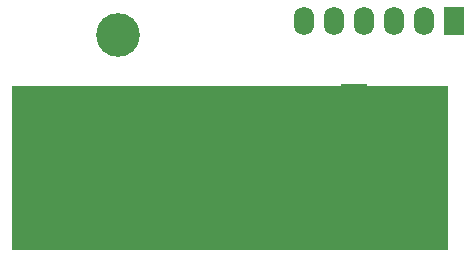
<source format=gbs>
G04*
G04 #@! TF.GenerationSoftware,Altium Limited,Altium Designer,21.0.9 (235)*
G04*
G04 Layer_Color=16711935*
%FSTAX24Y24*%
%MOIN*%
G70*
G04*
G04 #@! TF.SameCoordinates,2BB606B7-502A-413E-8362-7AFD42C930D0*
G04*
G04*
G04 #@! TF.FilePolarity,Negative*
G04*
G01*
G75*
%ADD29R,0.0671X0.0946*%
%ADD30O,0.0671X0.0946*%
%ADD31C,0.1458*%
%ADD32C,0.0867*%
%ADD33C,0.1261*%
%ADD47R,1.4567X0.5512*%
%ADD48R,0.0867X0.4411*%
%ADD49R,0.0474X0.3623*%
D29*
X048622Y033268D02*
D03*
D30*
X047622D02*
D03*
X046622D02*
D03*
X045622D02*
D03*
X044622D02*
D03*
X043622D02*
D03*
D31*
X037402Y032776D02*
D03*
D32*
X047441Y026772D02*
D03*
X035039D02*
D03*
D33*
X047441Y028543D02*
D03*
X035039D02*
D03*
D47*
X041142Y028346D02*
D03*
D48*
X045276Y028937D02*
D03*
D49*
X044291Y028543D02*
D03*
X043504D02*
D03*
X042717D02*
D03*
X041929D02*
D03*
X041142D02*
D03*
X040354D02*
D03*
X039567D02*
D03*
X03878D02*
D03*
X037992D02*
D03*
X037205D02*
D03*
M02*

</source>
